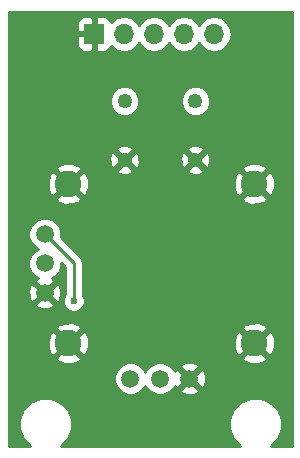
<source format=gbr>
G04 #@! TF.FileFunction,Copper,L2,Bot,Signal*
%FSLAX46Y46*%
G04 Gerber Fmt 4.6, Leading zero omitted, Abs format (unit mm)*
G04 Created by KiCad (PCBNEW 4.0.7-e2-6376~58~ubuntu17.04.1) date Wed Mar  7 17:18:45 2018*
%MOMM*%
%LPD*%
G01*
G04 APERTURE LIST*
%ADD10C,0.100000*%
%ADD11R,1.700000X1.700000*%
%ADD12O,1.700000X1.700000*%
%ADD13C,2.250000*%
%ADD14C,1.500000*%
%ADD15C,1.250000*%
%ADD16C,0.600000*%
%ADD17C,0.250000*%
%ADD18C,0.254000*%
G04 APERTURE END LIST*
D10*
D11*
X127320000Y-109220000D03*
D12*
X129860000Y-109220000D03*
X132400000Y-109220000D03*
X134940000Y-109220000D03*
X137480000Y-109220000D03*
D13*
X125150000Y-135400000D03*
X125150000Y-121900000D03*
D14*
X123150000Y-128650000D03*
X123150000Y-131150000D03*
X123150000Y-126150000D03*
X132900000Y-138400000D03*
X135400000Y-138400000D03*
X130400000Y-138400000D03*
D13*
X140900000Y-135400000D03*
X140900000Y-121900000D03*
D15*
X129900000Y-119900000D03*
X135900000Y-119900000D03*
X129900000Y-114900000D03*
X135900000Y-114900000D03*
D16*
X125597132Y-131813483D03*
D17*
X125597132Y-131389219D02*
X125597132Y-131813483D01*
X125597132Y-128597132D02*
X125597132Y-131389219D01*
X123150000Y-126150000D02*
X125597132Y-128597132D01*
D18*
G36*
X144070000Y-144070000D02*
X142300332Y-144070000D01*
X142863636Y-143507679D01*
X143204611Y-142686519D01*
X143205387Y-141797381D01*
X142865845Y-140975628D01*
X142237679Y-140346364D01*
X141416519Y-140005389D01*
X140527381Y-140004613D01*
X139705628Y-140344155D01*
X139076364Y-140972321D01*
X138735389Y-141793481D01*
X138734613Y-142682619D01*
X139074155Y-143504372D01*
X139638796Y-144070000D01*
X124520332Y-144070000D01*
X125083636Y-143507679D01*
X125424611Y-142686519D01*
X125425387Y-141797381D01*
X125085845Y-140975628D01*
X124457679Y-140346364D01*
X123636519Y-140005389D01*
X122747381Y-140004613D01*
X121925628Y-140344155D01*
X121296364Y-140972321D01*
X120955389Y-141793481D01*
X120954613Y-142682619D01*
X121294155Y-143504372D01*
X121858796Y-144070000D01*
X120090000Y-144070000D01*
X120090000Y-138674285D01*
X129014760Y-138674285D01*
X129225169Y-139183515D01*
X129614436Y-139573461D01*
X130123298Y-139784759D01*
X130674285Y-139785240D01*
X131183515Y-139574831D01*
X131573461Y-139185564D01*
X131649927Y-139001414D01*
X131725169Y-139183515D01*
X132114436Y-139573461D01*
X132623298Y-139784759D01*
X133174285Y-139785240D01*
X133683515Y-139574831D01*
X133887183Y-139371517D01*
X134608088Y-139371517D01*
X134676077Y-139612460D01*
X135195171Y-139797201D01*
X135745448Y-139769230D01*
X136123923Y-139612460D01*
X136191912Y-139371517D01*
X135400000Y-138579605D01*
X134608088Y-139371517D01*
X133887183Y-139371517D01*
X134073461Y-139185564D01*
X134143353Y-139017246D01*
X134187540Y-139123923D01*
X134428483Y-139191912D01*
X135220395Y-138400000D01*
X135579605Y-138400000D01*
X136371517Y-139191912D01*
X136612460Y-139123923D01*
X136797201Y-138604829D01*
X136769230Y-138054552D01*
X136612460Y-137676077D01*
X136371517Y-137608088D01*
X135579605Y-138400000D01*
X135220395Y-138400000D01*
X134428483Y-137608088D01*
X134187540Y-137676077D01*
X134146778Y-137790611D01*
X134074831Y-137616485D01*
X133887157Y-137428483D01*
X134608088Y-137428483D01*
X135400000Y-138220395D01*
X136191912Y-137428483D01*
X136123923Y-137187540D01*
X135604829Y-137002799D01*
X135054552Y-137030770D01*
X134676077Y-137187540D01*
X134608088Y-137428483D01*
X133887157Y-137428483D01*
X133685564Y-137226539D01*
X133176702Y-137015241D01*
X132625715Y-137014760D01*
X132116485Y-137225169D01*
X131726539Y-137614436D01*
X131650073Y-137798586D01*
X131574831Y-137616485D01*
X131185564Y-137226539D01*
X130676702Y-137015241D01*
X130125715Y-137014760D01*
X129616485Y-137225169D01*
X129226539Y-137614436D01*
X129015241Y-138123298D01*
X129014760Y-138674285D01*
X120090000Y-138674285D01*
X120090000Y-136642947D01*
X124086658Y-136642947D01*
X124200621Y-136922773D01*
X124855629Y-137170170D01*
X125555451Y-137148075D01*
X126099379Y-136922773D01*
X126213342Y-136642947D01*
X139836658Y-136642947D01*
X139950621Y-136922773D01*
X140605629Y-137170170D01*
X141305451Y-137148075D01*
X141849379Y-136922773D01*
X141963342Y-136642947D01*
X140900000Y-135579605D01*
X139836658Y-136642947D01*
X126213342Y-136642947D01*
X125150000Y-135579605D01*
X124086658Y-136642947D01*
X120090000Y-136642947D01*
X120090000Y-135105629D01*
X123379830Y-135105629D01*
X123401925Y-135805451D01*
X123627227Y-136349379D01*
X123907053Y-136463342D01*
X124970395Y-135400000D01*
X125329605Y-135400000D01*
X126392947Y-136463342D01*
X126672773Y-136349379D01*
X126920170Y-135694371D01*
X126901583Y-135105629D01*
X139129830Y-135105629D01*
X139151925Y-135805451D01*
X139377227Y-136349379D01*
X139657053Y-136463342D01*
X140720395Y-135400000D01*
X141079605Y-135400000D01*
X142142947Y-136463342D01*
X142422773Y-136349379D01*
X142670170Y-135694371D01*
X142648075Y-134994549D01*
X142422773Y-134450621D01*
X142142947Y-134336658D01*
X141079605Y-135400000D01*
X140720395Y-135400000D01*
X139657053Y-134336658D01*
X139377227Y-134450621D01*
X139129830Y-135105629D01*
X126901583Y-135105629D01*
X126898075Y-134994549D01*
X126672773Y-134450621D01*
X126392947Y-134336658D01*
X125329605Y-135400000D01*
X124970395Y-135400000D01*
X123907053Y-134336658D01*
X123627227Y-134450621D01*
X123379830Y-135105629D01*
X120090000Y-135105629D01*
X120090000Y-134157053D01*
X124086658Y-134157053D01*
X125150000Y-135220395D01*
X126213342Y-134157053D01*
X139836658Y-134157053D01*
X140900000Y-135220395D01*
X141963342Y-134157053D01*
X141849379Y-133877227D01*
X141194371Y-133629830D01*
X140494549Y-133651925D01*
X139950621Y-133877227D01*
X139836658Y-134157053D01*
X126213342Y-134157053D01*
X126099379Y-133877227D01*
X125444371Y-133629830D01*
X124744549Y-133651925D01*
X124200621Y-133877227D01*
X124086658Y-134157053D01*
X120090000Y-134157053D01*
X120090000Y-132121517D01*
X122358088Y-132121517D01*
X122426077Y-132362460D01*
X122945171Y-132547201D01*
X123495448Y-132519230D01*
X123873923Y-132362460D01*
X123941912Y-132121517D01*
X123150000Y-131329605D01*
X122358088Y-132121517D01*
X120090000Y-132121517D01*
X120090000Y-130945171D01*
X121752799Y-130945171D01*
X121780770Y-131495448D01*
X121937540Y-131873923D01*
X122178483Y-131941912D01*
X122970395Y-131150000D01*
X123329605Y-131150000D01*
X124121517Y-131941912D01*
X124362460Y-131873923D01*
X124547201Y-131354829D01*
X124519230Y-130804552D01*
X124362460Y-130426077D01*
X124121517Y-130358088D01*
X123329605Y-131150000D01*
X122970395Y-131150000D01*
X122178483Y-130358088D01*
X121937540Y-130426077D01*
X121752799Y-130945171D01*
X120090000Y-130945171D01*
X120090000Y-126424285D01*
X121764760Y-126424285D01*
X121975169Y-126933515D01*
X122364436Y-127323461D01*
X122548586Y-127399927D01*
X122366485Y-127475169D01*
X121976539Y-127864436D01*
X121765241Y-128373298D01*
X121764760Y-128924285D01*
X121975169Y-129433515D01*
X122364436Y-129823461D01*
X122532754Y-129893353D01*
X122426077Y-129937540D01*
X122358088Y-130178483D01*
X123150000Y-130970395D01*
X123941912Y-130178483D01*
X123873923Y-129937540D01*
X123759389Y-129896778D01*
X123933515Y-129824831D01*
X124323461Y-129435564D01*
X124534759Y-128926702D01*
X124535036Y-128609838D01*
X124837132Y-128911934D01*
X124837132Y-131251020D01*
X124804940Y-131283156D01*
X124662294Y-131626684D01*
X124661970Y-131998650D01*
X124804015Y-132342426D01*
X125066805Y-132605675D01*
X125410333Y-132748321D01*
X125782299Y-132748645D01*
X126126075Y-132606600D01*
X126389324Y-132343810D01*
X126531970Y-132000282D01*
X126532294Y-131628316D01*
X126390249Y-131284540D01*
X126357132Y-131251365D01*
X126357132Y-128597132D01*
X126299280Y-128306293D01*
X126299280Y-128306292D01*
X126134533Y-128059731D01*
X124525002Y-126450200D01*
X124534759Y-126426702D01*
X124535240Y-125875715D01*
X124324831Y-125366485D01*
X123935564Y-124976539D01*
X123426702Y-124765241D01*
X122875715Y-124764760D01*
X122366485Y-124975169D01*
X121976539Y-125364436D01*
X121765241Y-125873298D01*
X121764760Y-126424285D01*
X120090000Y-126424285D01*
X120090000Y-123142947D01*
X124086658Y-123142947D01*
X124200621Y-123422773D01*
X124855629Y-123670170D01*
X125555451Y-123648075D01*
X126099379Y-123422773D01*
X126213342Y-123142947D01*
X139836658Y-123142947D01*
X139950621Y-123422773D01*
X140605629Y-123670170D01*
X141305451Y-123648075D01*
X141849379Y-123422773D01*
X141963342Y-123142947D01*
X140900000Y-122079605D01*
X139836658Y-123142947D01*
X126213342Y-123142947D01*
X125150000Y-122079605D01*
X124086658Y-123142947D01*
X120090000Y-123142947D01*
X120090000Y-121605629D01*
X123379830Y-121605629D01*
X123401925Y-122305451D01*
X123627227Y-122849379D01*
X123907053Y-122963342D01*
X124970395Y-121900000D01*
X125329605Y-121900000D01*
X126392947Y-122963342D01*
X126672773Y-122849379D01*
X126920170Y-122194371D01*
X126901583Y-121605629D01*
X139129830Y-121605629D01*
X139151925Y-122305451D01*
X139377227Y-122849379D01*
X139657053Y-122963342D01*
X140720395Y-121900000D01*
X141079605Y-121900000D01*
X142142947Y-122963342D01*
X142422773Y-122849379D01*
X142670170Y-122194371D01*
X142648075Y-121494549D01*
X142422773Y-120950621D01*
X142142947Y-120836658D01*
X141079605Y-121900000D01*
X140720395Y-121900000D01*
X139657053Y-120836658D01*
X139377227Y-120950621D01*
X139129830Y-121605629D01*
X126901583Y-121605629D01*
X126898075Y-121494549D01*
X126672773Y-120950621D01*
X126392947Y-120836658D01*
X125329605Y-121900000D01*
X124970395Y-121900000D01*
X123907053Y-120836658D01*
X123627227Y-120950621D01*
X123379830Y-121605629D01*
X120090000Y-121605629D01*
X120090000Y-120657053D01*
X124086658Y-120657053D01*
X125150000Y-121720395D01*
X126089517Y-120780878D01*
X129198727Y-120780878D01*
X129251325Y-121008890D01*
X129725056Y-121172717D01*
X130225420Y-121142785D01*
X130548675Y-121008890D01*
X130601273Y-120780878D01*
X135198727Y-120780878D01*
X135251325Y-121008890D01*
X135725056Y-121172717D01*
X136225420Y-121142785D01*
X136548675Y-121008890D01*
X136601273Y-120780878D01*
X136477448Y-120657053D01*
X139836658Y-120657053D01*
X140900000Y-121720395D01*
X141963342Y-120657053D01*
X141849379Y-120377227D01*
X141194371Y-120129830D01*
X140494549Y-120151925D01*
X139950621Y-120377227D01*
X139836658Y-120657053D01*
X136477448Y-120657053D01*
X135900000Y-120079605D01*
X135198727Y-120780878D01*
X130601273Y-120780878D01*
X129900000Y-120079605D01*
X129198727Y-120780878D01*
X126089517Y-120780878D01*
X126213342Y-120657053D01*
X126099379Y-120377227D01*
X125444371Y-120129830D01*
X124744549Y-120151925D01*
X124200621Y-120377227D01*
X124086658Y-120657053D01*
X120090000Y-120657053D01*
X120090000Y-119725056D01*
X128627283Y-119725056D01*
X128657215Y-120225420D01*
X128791110Y-120548675D01*
X129019122Y-120601273D01*
X129720395Y-119900000D01*
X130079605Y-119900000D01*
X130780878Y-120601273D01*
X131008890Y-120548675D01*
X131172717Y-120074944D01*
X131151787Y-119725056D01*
X134627283Y-119725056D01*
X134657215Y-120225420D01*
X134791110Y-120548675D01*
X135019122Y-120601273D01*
X135720395Y-119900000D01*
X136079605Y-119900000D01*
X136780878Y-120601273D01*
X137008890Y-120548675D01*
X137172717Y-120074944D01*
X137142785Y-119574580D01*
X137008890Y-119251325D01*
X136780878Y-119198727D01*
X136079605Y-119900000D01*
X135720395Y-119900000D01*
X135019122Y-119198727D01*
X134791110Y-119251325D01*
X134627283Y-119725056D01*
X131151787Y-119725056D01*
X131142785Y-119574580D01*
X131008890Y-119251325D01*
X130780878Y-119198727D01*
X130079605Y-119900000D01*
X129720395Y-119900000D01*
X129019122Y-119198727D01*
X128791110Y-119251325D01*
X128627283Y-119725056D01*
X120090000Y-119725056D01*
X120090000Y-119019122D01*
X129198727Y-119019122D01*
X129900000Y-119720395D01*
X130601273Y-119019122D01*
X135198727Y-119019122D01*
X135900000Y-119720395D01*
X136601273Y-119019122D01*
X136548675Y-118791110D01*
X136074944Y-118627283D01*
X135574580Y-118657215D01*
X135251325Y-118791110D01*
X135198727Y-119019122D01*
X130601273Y-119019122D01*
X130548675Y-118791110D01*
X130074944Y-118627283D01*
X129574580Y-118657215D01*
X129251325Y-118791110D01*
X129198727Y-119019122D01*
X120090000Y-119019122D01*
X120090000Y-115149530D01*
X128639782Y-115149530D01*
X128831201Y-115612800D01*
X129185335Y-115967553D01*
X129648271Y-116159781D01*
X130149530Y-116160218D01*
X130612800Y-115968799D01*
X130967553Y-115614665D01*
X131159781Y-115151729D01*
X131159782Y-115149530D01*
X134639782Y-115149530D01*
X134831201Y-115612800D01*
X135185335Y-115967553D01*
X135648271Y-116159781D01*
X136149530Y-116160218D01*
X136612800Y-115968799D01*
X136967553Y-115614665D01*
X137159781Y-115151729D01*
X137160218Y-114650470D01*
X136968799Y-114187200D01*
X136614665Y-113832447D01*
X136151729Y-113640219D01*
X135650470Y-113639782D01*
X135187200Y-113831201D01*
X134832447Y-114185335D01*
X134640219Y-114648271D01*
X134639782Y-115149530D01*
X131159782Y-115149530D01*
X131160218Y-114650470D01*
X130968799Y-114187200D01*
X130614665Y-113832447D01*
X130151729Y-113640219D01*
X129650470Y-113639782D01*
X129187200Y-113831201D01*
X128832447Y-114185335D01*
X128640219Y-114648271D01*
X128639782Y-115149530D01*
X120090000Y-115149530D01*
X120090000Y-109505750D01*
X125835000Y-109505750D01*
X125835000Y-110196309D01*
X125931673Y-110429698D01*
X126110301Y-110608327D01*
X126343690Y-110705000D01*
X127034250Y-110705000D01*
X127193000Y-110546250D01*
X127193000Y-109347000D01*
X125993750Y-109347000D01*
X125835000Y-109505750D01*
X120090000Y-109505750D01*
X120090000Y-108243691D01*
X125835000Y-108243691D01*
X125835000Y-108934250D01*
X125993750Y-109093000D01*
X127193000Y-109093000D01*
X127193000Y-107893750D01*
X127447000Y-107893750D01*
X127447000Y-109093000D01*
X127467000Y-109093000D01*
X127467000Y-109347000D01*
X127447000Y-109347000D01*
X127447000Y-110546250D01*
X127605750Y-110705000D01*
X128296310Y-110705000D01*
X128529699Y-110608327D01*
X128708327Y-110429698D01*
X128780597Y-110255223D01*
X128809946Y-110299147D01*
X129291715Y-110621054D01*
X129860000Y-110734093D01*
X130428285Y-110621054D01*
X130910054Y-110299147D01*
X131130000Y-109969974D01*
X131349946Y-110299147D01*
X131831715Y-110621054D01*
X132400000Y-110734093D01*
X132968285Y-110621054D01*
X133450054Y-110299147D01*
X133670000Y-109969974D01*
X133889946Y-110299147D01*
X134371715Y-110621054D01*
X134940000Y-110734093D01*
X135508285Y-110621054D01*
X135990054Y-110299147D01*
X136210000Y-109969974D01*
X136429946Y-110299147D01*
X136911715Y-110621054D01*
X137480000Y-110734093D01*
X138048285Y-110621054D01*
X138530054Y-110299147D01*
X138851961Y-109817378D01*
X138965000Y-109249093D01*
X138965000Y-109190907D01*
X138851961Y-108622622D01*
X138530054Y-108140853D01*
X138048285Y-107818946D01*
X137480000Y-107705907D01*
X136911715Y-107818946D01*
X136429946Y-108140853D01*
X136210000Y-108470026D01*
X135990054Y-108140853D01*
X135508285Y-107818946D01*
X134940000Y-107705907D01*
X134371715Y-107818946D01*
X133889946Y-108140853D01*
X133670000Y-108470026D01*
X133450054Y-108140853D01*
X132968285Y-107818946D01*
X132400000Y-107705907D01*
X131831715Y-107818946D01*
X131349946Y-108140853D01*
X131130000Y-108470026D01*
X130910054Y-108140853D01*
X130428285Y-107818946D01*
X129860000Y-107705907D01*
X129291715Y-107818946D01*
X128809946Y-108140853D01*
X128780597Y-108184777D01*
X128708327Y-108010302D01*
X128529699Y-107831673D01*
X128296310Y-107735000D01*
X127605750Y-107735000D01*
X127447000Y-107893750D01*
X127193000Y-107893750D01*
X127034250Y-107735000D01*
X126343690Y-107735000D01*
X126110301Y-107831673D01*
X125931673Y-108010302D01*
X125835000Y-108243691D01*
X120090000Y-108243691D01*
X120090000Y-107390000D01*
X144070000Y-107390000D01*
X144070000Y-144070000D01*
X144070000Y-144070000D01*
G37*
X144070000Y-144070000D02*
X142300332Y-144070000D01*
X142863636Y-143507679D01*
X143204611Y-142686519D01*
X143205387Y-141797381D01*
X142865845Y-140975628D01*
X142237679Y-140346364D01*
X141416519Y-140005389D01*
X140527381Y-140004613D01*
X139705628Y-140344155D01*
X139076364Y-140972321D01*
X138735389Y-141793481D01*
X138734613Y-142682619D01*
X139074155Y-143504372D01*
X139638796Y-144070000D01*
X124520332Y-144070000D01*
X125083636Y-143507679D01*
X125424611Y-142686519D01*
X125425387Y-141797381D01*
X125085845Y-140975628D01*
X124457679Y-140346364D01*
X123636519Y-140005389D01*
X122747381Y-140004613D01*
X121925628Y-140344155D01*
X121296364Y-140972321D01*
X120955389Y-141793481D01*
X120954613Y-142682619D01*
X121294155Y-143504372D01*
X121858796Y-144070000D01*
X120090000Y-144070000D01*
X120090000Y-138674285D01*
X129014760Y-138674285D01*
X129225169Y-139183515D01*
X129614436Y-139573461D01*
X130123298Y-139784759D01*
X130674285Y-139785240D01*
X131183515Y-139574831D01*
X131573461Y-139185564D01*
X131649927Y-139001414D01*
X131725169Y-139183515D01*
X132114436Y-139573461D01*
X132623298Y-139784759D01*
X133174285Y-139785240D01*
X133683515Y-139574831D01*
X133887183Y-139371517D01*
X134608088Y-139371517D01*
X134676077Y-139612460D01*
X135195171Y-139797201D01*
X135745448Y-139769230D01*
X136123923Y-139612460D01*
X136191912Y-139371517D01*
X135400000Y-138579605D01*
X134608088Y-139371517D01*
X133887183Y-139371517D01*
X134073461Y-139185564D01*
X134143353Y-139017246D01*
X134187540Y-139123923D01*
X134428483Y-139191912D01*
X135220395Y-138400000D01*
X135579605Y-138400000D01*
X136371517Y-139191912D01*
X136612460Y-139123923D01*
X136797201Y-138604829D01*
X136769230Y-138054552D01*
X136612460Y-137676077D01*
X136371517Y-137608088D01*
X135579605Y-138400000D01*
X135220395Y-138400000D01*
X134428483Y-137608088D01*
X134187540Y-137676077D01*
X134146778Y-137790611D01*
X134074831Y-137616485D01*
X133887157Y-137428483D01*
X134608088Y-137428483D01*
X135400000Y-138220395D01*
X136191912Y-137428483D01*
X136123923Y-137187540D01*
X135604829Y-137002799D01*
X135054552Y-137030770D01*
X134676077Y-137187540D01*
X134608088Y-137428483D01*
X133887157Y-137428483D01*
X133685564Y-137226539D01*
X133176702Y-137015241D01*
X132625715Y-137014760D01*
X132116485Y-137225169D01*
X131726539Y-137614436D01*
X131650073Y-137798586D01*
X131574831Y-137616485D01*
X131185564Y-137226539D01*
X130676702Y-137015241D01*
X130125715Y-137014760D01*
X129616485Y-137225169D01*
X129226539Y-137614436D01*
X129015241Y-138123298D01*
X129014760Y-138674285D01*
X120090000Y-138674285D01*
X120090000Y-136642947D01*
X124086658Y-136642947D01*
X124200621Y-136922773D01*
X124855629Y-137170170D01*
X125555451Y-137148075D01*
X126099379Y-136922773D01*
X126213342Y-136642947D01*
X139836658Y-136642947D01*
X139950621Y-136922773D01*
X140605629Y-137170170D01*
X141305451Y-137148075D01*
X141849379Y-136922773D01*
X141963342Y-136642947D01*
X140900000Y-135579605D01*
X139836658Y-136642947D01*
X126213342Y-136642947D01*
X125150000Y-135579605D01*
X124086658Y-136642947D01*
X120090000Y-136642947D01*
X120090000Y-135105629D01*
X123379830Y-135105629D01*
X123401925Y-135805451D01*
X123627227Y-136349379D01*
X123907053Y-136463342D01*
X124970395Y-135400000D01*
X125329605Y-135400000D01*
X126392947Y-136463342D01*
X126672773Y-136349379D01*
X126920170Y-135694371D01*
X126901583Y-135105629D01*
X139129830Y-135105629D01*
X139151925Y-135805451D01*
X139377227Y-136349379D01*
X139657053Y-136463342D01*
X140720395Y-135400000D01*
X141079605Y-135400000D01*
X142142947Y-136463342D01*
X142422773Y-136349379D01*
X142670170Y-135694371D01*
X142648075Y-134994549D01*
X142422773Y-134450621D01*
X142142947Y-134336658D01*
X141079605Y-135400000D01*
X140720395Y-135400000D01*
X139657053Y-134336658D01*
X139377227Y-134450621D01*
X139129830Y-135105629D01*
X126901583Y-135105629D01*
X126898075Y-134994549D01*
X126672773Y-134450621D01*
X126392947Y-134336658D01*
X125329605Y-135400000D01*
X124970395Y-135400000D01*
X123907053Y-134336658D01*
X123627227Y-134450621D01*
X123379830Y-135105629D01*
X120090000Y-135105629D01*
X120090000Y-134157053D01*
X124086658Y-134157053D01*
X125150000Y-135220395D01*
X126213342Y-134157053D01*
X139836658Y-134157053D01*
X140900000Y-135220395D01*
X141963342Y-134157053D01*
X141849379Y-133877227D01*
X141194371Y-133629830D01*
X140494549Y-133651925D01*
X139950621Y-133877227D01*
X139836658Y-134157053D01*
X126213342Y-134157053D01*
X126099379Y-133877227D01*
X125444371Y-133629830D01*
X124744549Y-133651925D01*
X124200621Y-133877227D01*
X124086658Y-134157053D01*
X120090000Y-134157053D01*
X120090000Y-132121517D01*
X122358088Y-132121517D01*
X122426077Y-132362460D01*
X122945171Y-132547201D01*
X123495448Y-132519230D01*
X123873923Y-132362460D01*
X123941912Y-132121517D01*
X123150000Y-131329605D01*
X122358088Y-132121517D01*
X120090000Y-132121517D01*
X120090000Y-130945171D01*
X121752799Y-130945171D01*
X121780770Y-131495448D01*
X121937540Y-131873923D01*
X122178483Y-131941912D01*
X122970395Y-131150000D01*
X123329605Y-131150000D01*
X124121517Y-131941912D01*
X124362460Y-131873923D01*
X124547201Y-131354829D01*
X124519230Y-130804552D01*
X124362460Y-130426077D01*
X124121517Y-130358088D01*
X123329605Y-131150000D01*
X122970395Y-131150000D01*
X122178483Y-130358088D01*
X121937540Y-130426077D01*
X121752799Y-130945171D01*
X120090000Y-130945171D01*
X120090000Y-126424285D01*
X121764760Y-126424285D01*
X121975169Y-126933515D01*
X122364436Y-127323461D01*
X122548586Y-127399927D01*
X122366485Y-127475169D01*
X121976539Y-127864436D01*
X121765241Y-128373298D01*
X121764760Y-128924285D01*
X121975169Y-129433515D01*
X122364436Y-129823461D01*
X122532754Y-129893353D01*
X122426077Y-129937540D01*
X122358088Y-130178483D01*
X123150000Y-130970395D01*
X123941912Y-130178483D01*
X123873923Y-129937540D01*
X123759389Y-129896778D01*
X123933515Y-129824831D01*
X124323461Y-129435564D01*
X124534759Y-128926702D01*
X124535036Y-128609838D01*
X124837132Y-128911934D01*
X124837132Y-131251020D01*
X124804940Y-131283156D01*
X124662294Y-131626684D01*
X124661970Y-131998650D01*
X124804015Y-132342426D01*
X125066805Y-132605675D01*
X125410333Y-132748321D01*
X125782299Y-132748645D01*
X126126075Y-132606600D01*
X126389324Y-132343810D01*
X126531970Y-132000282D01*
X126532294Y-131628316D01*
X126390249Y-131284540D01*
X126357132Y-131251365D01*
X126357132Y-128597132D01*
X126299280Y-128306293D01*
X126299280Y-128306292D01*
X126134533Y-128059731D01*
X124525002Y-126450200D01*
X124534759Y-126426702D01*
X124535240Y-125875715D01*
X124324831Y-125366485D01*
X123935564Y-124976539D01*
X123426702Y-124765241D01*
X122875715Y-124764760D01*
X122366485Y-124975169D01*
X121976539Y-125364436D01*
X121765241Y-125873298D01*
X121764760Y-126424285D01*
X120090000Y-126424285D01*
X120090000Y-123142947D01*
X124086658Y-123142947D01*
X124200621Y-123422773D01*
X124855629Y-123670170D01*
X125555451Y-123648075D01*
X126099379Y-123422773D01*
X126213342Y-123142947D01*
X139836658Y-123142947D01*
X139950621Y-123422773D01*
X140605629Y-123670170D01*
X141305451Y-123648075D01*
X141849379Y-123422773D01*
X141963342Y-123142947D01*
X140900000Y-122079605D01*
X139836658Y-123142947D01*
X126213342Y-123142947D01*
X125150000Y-122079605D01*
X124086658Y-123142947D01*
X120090000Y-123142947D01*
X120090000Y-121605629D01*
X123379830Y-121605629D01*
X123401925Y-122305451D01*
X123627227Y-122849379D01*
X123907053Y-122963342D01*
X124970395Y-121900000D01*
X125329605Y-121900000D01*
X126392947Y-122963342D01*
X126672773Y-122849379D01*
X126920170Y-122194371D01*
X126901583Y-121605629D01*
X139129830Y-121605629D01*
X139151925Y-122305451D01*
X139377227Y-122849379D01*
X139657053Y-122963342D01*
X140720395Y-121900000D01*
X141079605Y-121900000D01*
X142142947Y-122963342D01*
X142422773Y-122849379D01*
X142670170Y-122194371D01*
X142648075Y-121494549D01*
X142422773Y-120950621D01*
X142142947Y-120836658D01*
X141079605Y-121900000D01*
X140720395Y-121900000D01*
X139657053Y-120836658D01*
X139377227Y-120950621D01*
X139129830Y-121605629D01*
X126901583Y-121605629D01*
X126898075Y-121494549D01*
X126672773Y-120950621D01*
X126392947Y-120836658D01*
X125329605Y-121900000D01*
X124970395Y-121900000D01*
X123907053Y-120836658D01*
X123627227Y-120950621D01*
X123379830Y-121605629D01*
X120090000Y-121605629D01*
X120090000Y-120657053D01*
X124086658Y-120657053D01*
X125150000Y-121720395D01*
X126089517Y-120780878D01*
X129198727Y-120780878D01*
X129251325Y-121008890D01*
X129725056Y-121172717D01*
X130225420Y-121142785D01*
X130548675Y-121008890D01*
X130601273Y-120780878D01*
X135198727Y-120780878D01*
X135251325Y-121008890D01*
X135725056Y-121172717D01*
X136225420Y-121142785D01*
X136548675Y-121008890D01*
X136601273Y-120780878D01*
X136477448Y-120657053D01*
X139836658Y-120657053D01*
X140900000Y-121720395D01*
X141963342Y-120657053D01*
X141849379Y-120377227D01*
X141194371Y-120129830D01*
X140494549Y-120151925D01*
X139950621Y-120377227D01*
X139836658Y-120657053D01*
X136477448Y-120657053D01*
X135900000Y-120079605D01*
X135198727Y-120780878D01*
X130601273Y-120780878D01*
X129900000Y-120079605D01*
X129198727Y-120780878D01*
X126089517Y-120780878D01*
X126213342Y-120657053D01*
X126099379Y-120377227D01*
X125444371Y-120129830D01*
X124744549Y-120151925D01*
X124200621Y-120377227D01*
X124086658Y-120657053D01*
X120090000Y-120657053D01*
X120090000Y-119725056D01*
X128627283Y-119725056D01*
X128657215Y-120225420D01*
X128791110Y-120548675D01*
X129019122Y-120601273D01*
X129720395Y-119900000D01*
X130079605Y-119900000D01*
X130780878Y-120601273D01*
X131008890Y-120548675D01*
X131172717Y-120074944D01*
X131151787Y-119725056D01*
X134627283Y-119725056D01*
X134657215Y-120225420D01*
X134791110Y-120548675D01*
X135019122Y-120601273D01*
X135720395Y-119900000D01*
X136079605Y-119900000D01*
X136780878Y-120601273D01*
X137008890Y-120548675D01*
X137172717Y-120074944D01*
X137142785Y-119574580D01*
X137008890Y-119251325D01*
X136780878Y-119198727D01*
X136079605Y-119900000D01*
X135720395Y-119900000D01*
X135019122Y-119198727D01*
X134791110Y-119251325D01*
X134627283Y-119725056D01*
X131151787Y-119725056D01*
X131142785Y-119574580D01*
X131008890Y-119251325D01*
X130780878Y-119198727D01*
X130079605Y-119900000D01*
X129720395Y-119900000D01*
X129019122Y-119198727D01*
X128791110Y-119251325D01*
X128627283Y-119725056D01*
X120090000Y-119725056D01*
X120090000Y-119019122D01*
X129198727Y-119019122D01*
X129900000Y-119720395D01*
X130601273Y-119019122D01*
X135198727Y-119019122D01*
X135900000Y-119720395D01*
X136601273Y-119019122D01*
X136548675Y-118791110D01*
X136074944Y-118627283D01*
X135574580Y-118657215D01*
X135251325Y-118791110D01*
X135198727Y-119019122D01*
X130601273Y-119019122D01*
X130548675Y-118791110D01*
X130074944Y-118627283D01*
X129574580Y-118657215D01*
X129251325Y-118791110D01*
X129198727Y-119019122D01*
X120090000Y-119019122D01*
X120090000Y-115149530D01*
X128639782Y-115149530D01*
X128831201Y-115612800D01*
X129185335Y-115967553D01*
X129648271Y-116159781D01*
X130149530Y-116160218D01*
X130612800Y-115968799D01*
X130967553Y-115614665D01*
X131159781Y-115151729D01*
X131159782Y-115149530D01*
X134639782Y-115149530D01*
X134831201Y-115612800D01*
X135185335Y-115967553D01*
X135648271Y-116159781D01*
X136149530Y-116160218D01*
X136612800Y-115968799D01*
X136967553Y-115614665D01*
X137159781Y-115151729D01*
X137160218Y-114650470D01*
X136968799Y-114187200D01*
X136614665Y-113832447D01*
X136151729Y-113640219D01*
X135650470Y-113639782D01*
X135187200Y-113831201D01*
X134832447Y-114185335D01*
X134640219Y-114648271D01*
X134639782Y-115149530D01*
X131159782Y-115149530D01*
X131160218Y-114650470D01*
X130968799Y-114187200D01*
X130614665Y-113832447D01*
X130151729Y-113640219D01*
X129650470Y-113639782D01*
X129187200Y-113831201D01*
X128832447Y-114185335D01*
X128640219Y-114648271D01*
X128639782Y-115149530D01*
X120090000Y-115149530D01*
X120090000Y-109505750D01*
X125835000Y-109505750D01*
X125835000Y-110196309D01*
X125931673Y-110429698D01*
X126110301Y-110608327D01*
X126343690Y-110705000D01*
X127034250Y-110705000D01*
X127193000Y-110546250D01*
X127193000Y-109347000D01*
X125993750Y-109347000D01*
X125835000Y-109505750D01*
X120090000Y-109505750D01*
X120090000Y-108243691D01*
X125835000Y-108243691D01*
X125835000Y-108934250D01*
X125993750Y-109093000D01*
X127193000Y-109093000D01*
X127193000Y-107893750D01*
X127447000Y-107893750D01*
X127447000Y-109093000D01*
X127467000Y-109093000D01*
X127467000Y-109347000D01*
X127447000Y-109347000D01*
X127447000Y-110546250D01*
X127605750Y-110705000D01*
X128296310Y-110705000D01*
X128529699Y-110608327D01*
X128708327Y-110429698D01*
X128780597Y-110255223D01*
X128809946Y-110299147D01*
X129291715Y-110621054D01*
X129860000Y-110734093D01*
X130428285Y-110621054D01*
X130910054Y-110299147D01*
X131130000Y-109969974D01*
X131349946Y-110299147D01*
X131831715Y-110621054D01*
X132400000Y-110734093D01*
X132968285Y-110621054D01*
X133450054Y-110299147D01*
X133670000Y-109969974D01*
X133889946Y-110299147D01*
X134371715Y-110621054D01*
X134940000Y-110734093D01*
X135508285Y-110621054D01*
X135990054Y-110299147D01*
X136210000Y-109969974D01*
X136429946Y-110299147D01*
X136911715Y-110621054D01*
X137480000Y-110734093D01*
X138048285Y-110621054D01*
X138530054Y-110299147D01*
X138851961Y-109817378D01*
X138965000Y-109249093D01*
X138965000Y-109190907D01*
X138851961Y-108622622D01*
X138530054Y-108140853D01*
X138048285Y-107818946D01*
X137480000Y-107705907D01*
X136911715Y-107818946D01*
X136429946Y-108140853D01*
X136210000Y-108470026D01*
X135990054Y-108140853D01*
X135508285Y-107818946D01*
X134940000Y-107705907D01*
X134371715Y-107818946D01*
X133889946Y-108140853D01*
X133670000Y-108470026D01*
X133450054Y-108140853D01*
X132968285Y-107818946D01*
X132400000Y-107705907D01*
X131831715Y-107818946D01*
X131349946Y-108140853D01*
X131130000Y-108470026D01*
X130910054Y-108140853D01*
X130428285Y-107818946D01*
X129860000Y-107705907D01*
X129291715Y-107818946D01*
X128809946Y-108140853D01*
X128780597Y-108184777D01*
X128708327Y-108010302D01*
X128529699Y-107831673D01*
X128296310Y-107735000D01*
X127605750Y-107735000D01*
X127447000Y-107893750D01*
X127193000Y-107893750D01*
X127034250Y-107735000D01*
X126343690Y-107735000D01*
X126110301Y-107831673D01*
X125931673Y-108010302D01*
X125835000Y-108243691D01*
X120090000Y-108243691D01*
X120090000Y-107390000D01*
X144070000Y-107390000D01*
X144070000Y-144070000D01*
M02*

</source>
